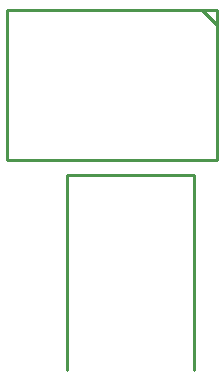
<source format=gbr>
G04 start of page 8 for group -4079 idx -4079 *
G04 Title: (unknown), topsilk *
G04 Creator: pcb 4.2.2 *
G04 CreationDate: Wed Nov 22 19:00:24 2023 UTC *
G04 For: thomasc *
G04 Format: Gerber/RS-274X *
G04 PCB-Dimensions (mil): 1000.00 1500.00 *
G04 PCB-Coordinate-Origin: lower left *
%MOIN*%
%FSLAX25Y25*%
%LNTOPSILK*%
%ADD23C,0.0100*%
G54D23*X35000Y70000D02*Y5000D01*
Y70000D02*X77500D01*
Y5000D01*
X15000Y125000D02*Y75000D01*
Y125000D02*X85000D01*
Y75000D01*
X15000D02*X85000D01*
Y120000D02*X80000Y125000D01*
M02*

</source>
